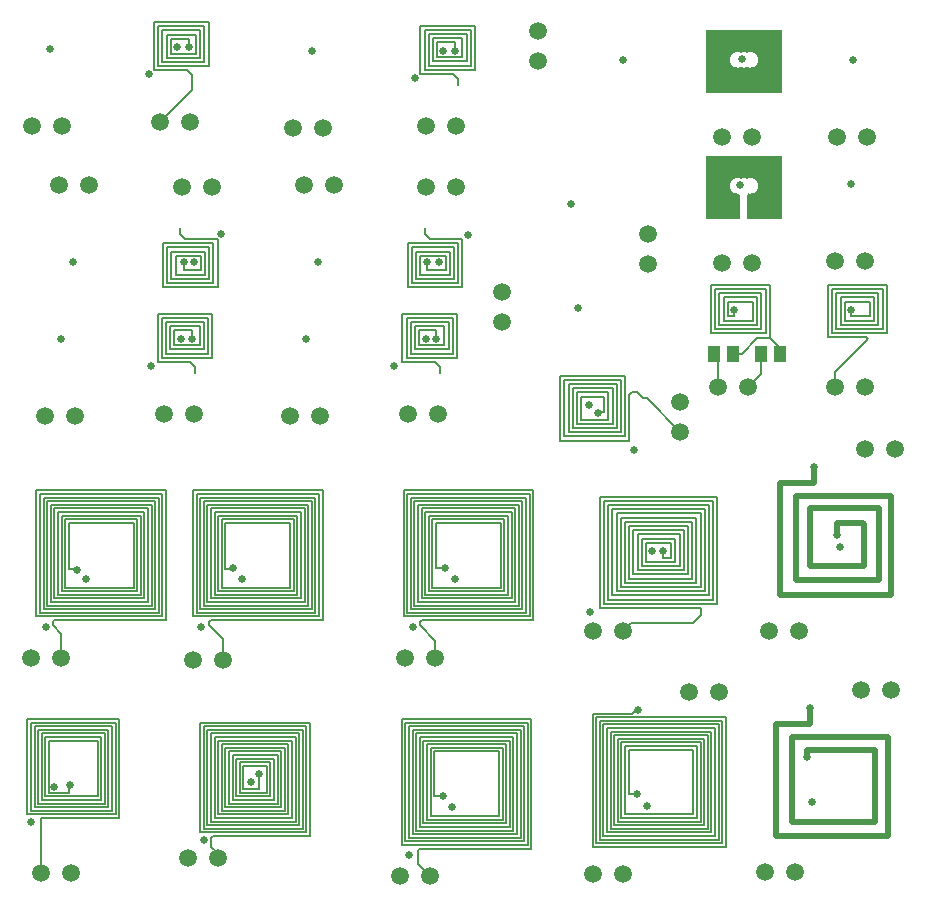
<source format=gbl>
%FSLAX24Y24*%
%MOIN*%
G70*
G01*
G75*
G04 Layer_Physical_Order=4*
G04 Layer_Color=16711680*
%ADD10R,0.0520X0.0385*%
%ADD11R,0.0385X0.0520*%
%ADD12C,0.0070*%
%ADD13C,0.0060*%
%ADD14C,0.0060*%
%ADD15C,0.0591*%
%ADD16C,0.0250*%
%ADD17C,0.0250*%
%ADD18C,0.0200*%
G36*
X25530Y22990D02*
X24390D01*
Y23749D01*
X24419Y23818D01*
X24428Y23826D01*
X24490Y23818D01*
X24558Y23827D01*
X24621Y23853D01*
X24675Y23895D01*
X24717Y23949D01*
X24743Y24012D01*
X24752Y24080D01*
X24743Y24148D01*
X24717Y24211D01*
X24675Y24265D01*
X24621Y24307D01*
X24558Y24333D01*
X24490Y24342D01*
X24422Y24333D01*
X24385Y24318D01*
X24348Y24333D01*
X24280Y24342D01*
X24212Y24333D01*
X24175Y24318D01*
X24138Y24333D01*
X24070Y24342D01*
X24002Y24333D01*
X23939Y24307D01*
X23885Y24265D01*
X23843Y24211D01*
X23817Y24148D01*
X23808Y24080D01*
X23817Y24012D01*
X23843Y23949D01*
X23885Y23895D01*
X23939Y23853D01*
X24002Y23827D01*
X24070Y23818D01*
X24112Y23823D01*
X24150Y23790D01*
Y22990D01*
X23010D01*
Y25090D01*
X25530D01*
Y22990D01*
D02*
G37*
G36*
Y27190D02*
X23010D01*
Y29290D01*
X25530D01*
Y27190D01*
D02*
G37*
%LPC*%
G36*
X24490Y28542D02*
X24422Y28533D01*
X24385Y28518D01*
X24348Y28533D01*
X24280Y28542D01*
X24212Y28533D01*
X24175Y28518D01*
X24138Y28533D01*
X24070Y28542D01*
X24002Y28533D01*
X23939Y28507D01*
X23885Y28465D01*
X23843Y28411D01*
X23817Y28348D01*
X23808Y28280D01*
X23817Y28212D01*
X23843Y28149D01*
X23885Y28095D01*
X23939Y28053D01*
X24002Y28027D01*
X24070Y28018D01*
X24138Y28027D01*
X24175Y28042D01*
X24212Y28027D01*
X24280Y28018D01*
X24348Y28027D01*
X24385Y28042D01*
X24422Y28027D01*
X24490Y28018D01*
X24558Y28027D01*
X24621Y28053D01*
X24675Y28095D01*
X24717Y28149D01*
X24743Y28212D01*
X24752Y28280D01*
X24743Y28348D01*
X24717Y28411D01*
X24675Y28465D01*
X24621Y28507D01*
X24558Y28533D01*
X24490Y28542D01*
D02*
G37*
%LPD*%
D11*
X23285Y18490D02*
D03*
X23910D02*
D03*
X24845D02*
D03*
X25470D02*
D03*
D12*
X21570Y11690D02*
Y11900D01*
Y11690D02*
X21850D01*
X19620Y16530D02*
Y17055D01*
X19410Y16530D02*
X19620D01*
X13450Y19260D02*
X14020D01*
Y18980D02*
Y19260D01*
X13720Y21260D02*
Y21540D01*
Y21260D02*
X14330D01*
X5600D02*
Y21540D01*
Y21260D02*
X6170D01*
X14050Y28860D02*
X14650D01*
Y28580D02*
Y28860D01*
X5170Y28980D02*
X5790D01*
Y28700D02*
Y28980D01*
X23285Y18490D02*
X23410Y18365D01*
Y17380D02*
Y18365D01*
X24715Y18995D02*
X25140D01*
X24210Y18490D02*
X24715Y18995D01*
X23910Y18490D02*
X24210D01*
X24410Y17380D02*
X24845Y17815D01*
Y18490D01*
X25470D02*
Y18665D01*
X25140Y18995D02*
X25470Y18665D01*
X25140Y18995D02*
Y19150D01*
X25070Y20780D02*
X25140D01*
Y19150D02*
Y20780D01*
X24410Y17380D02*
X24560Y17230D01*
X23180Y19170D02*
X25000D01*
X23320Y19310D02*
X24860D01*
X23460Y19450D02*
X24720D01*
X23600Y19590D02*
X24580D01*
X23740Y19730D02*
Y19870D01*
Y19730D02*
X23950D01*
Y19940D01*
X23180Y19170D02*
Y20780D01*
X24580D01*
X25070D01*
X23320Y19310D02*
Y20640D01*
X25000D01*
Y19170D02*
Y20640D01*
X23460Y19450D02*
Y20500D01*
X24860D01*
Y19310D02*
Y20500D01*
X23600Y19590D02*
Y20360D01*
X24720D01*
Y19450D02*
Y20360D01*
X23740Y19870D02*
Y20220D01*
X24580D01*
Y19590D02*
Y20220D01*
X27310Y17860D02*
X28410Y18960D01*
X27310Y17380D02*
Y17860D01*
X28340Y19030D02*
X28410Y18960D01*
X28310Y17380D02*
X28530D01*
X27850Y19800D02*
Y19940D01*
Y19730D02*
Y19800D01*
Y19730D02*
X28480D01*
Y20220D01*
X27640D02*
X28480D01*
X27640Y19590D02*
Y20220D01*
Y19590D02*
X28620D01*
Y20360D01*
X27500D02*
X28620D01*
X27500Y19450D02*
Y20360D01*
Y19450D02*
X28760D01*
Y20500D01*
X27360D02*
X28760D01*
X27360Y19310D02*
Y20500D01*
Y19310D02*
X28900D01*
Y20640D01*
X27220D02*
X28900D01*
X27220Y19170D02*
Y20640D01*
Y19170D02*
X29040D01*
Y20780D01*
X27080D02*
X29040D01*
X27080Y19170D02*
Y20780D01*
Y19030D02*
Y19170D01*
Y19030D02*
X28340D01*
X1230Y9550D02*
X1290Y9610D01*
X1230Y9430D02*
Y9550D01*
Y9430D02*
X1510Y9150D01*
Y8350D02*
Y9150D01*
X20900Y17000D02*
X21030D01*
X22140Y15890D01*
X18150Y15585D02*
X20460D01*
X18150D02*
Y17755D01*
X20320D01*
Y15725D02*
Y17755D01*
X18290Y15725D02*
X20320D01*
X18290D02*
Y17615D01*
X20180D01*
Y15865D02*
Y17615D01*
X18430Y15865D02*
X20180D01*
X18430D02*
Y17475D01*
X20040D01*
Y16005D02*
Y17475D01*
X18570Y16005D02*
X20040D01*
X18570D02*
Y17335D01*
X19900D01*
Y16145D02*
Y17335D01*
X18710Y16145D02*
X19900D01*
X18710D02*
Y17195D01*
X19760D01*
Y16285D02*
Y17195D01*
X18981Y16285D02*
X19760D01*
X18850D02*
X18981D01*
X18850D02*
Y17055D01*
X19200D01*
X19620D01*
X20705Y17195D02*
X20900Y17000D01*
X20545Y17195D02*
X20550D01*
X20460Y17110D02*
X20545Y17195D01*
X20460Y15585D02*
Y17110D01*
X20545Y17195D01*
X20705D01*
X20230Y9250D02*
X20500Y9520D01*
X22585D01*
X4810Y26200D02*
X5870Y27260D01*
Y27565D01*
X14150Y17845D02*
Y18040D01*
X12890Y18210D02*
X13980D01*
X14150Y18040D01*
X13980Y18210D02*
X14150Y18040D01*
X13450Y18770D02*
Y19260D01*
Y18770D02*
X14290D01*
Y19400D01*
X13310D02*
X14290D01*
X13310Y18630D02*
Y19400D01*
Y18630D02*
X14430D01*
Y19540D01*
X13170D02*
X14430D01*
X13170Y18490D02*
Y19540D01*
Y18490D02*
X14570D01*
Y19680D01*
X13030D02*
X14570D01*
X13030Y18350D02*
Y19680D01*
Y18350D02*
X14710D01*
Y19820D01*
X12890D02*
X14710D01*
X12890Y18210D02*
Y19820D01*
X13630Y22480D02*
Y22675D01*
X13800Y22310D02*
X14890D01*
X13630Y22480D02*
X13800Y22310D01*
X13630Y22480D02*
X13800Y22310D01*
X14330Y21260D02*
Y21750D01*
X13490D02*
X14330D01*
X13490Y21120D02*
Y21750D01*
Y21120D02*
X14470D01*
Y21890D01*
X13350D02*
X14470D01*
X13350Y20980D02*
Y21890D01*
Y20980D02*
X14610D01*
Y22030D01*
X13210D02*
X14610D01*
X13210Y20840D02*
Y22030D01*
Y20840D02*
X14750D01*
Y22170D01*
X13070D02*
X14750D01*
X13070Y20700D02*
Y22170D01*
Y20700D02*
X14890D01*
Y22310D01*
X6730Y20700D02*
Y22310D01*
X4910Y20700D02*
X6730D01*
X4910D02*
Y22170D01*
X6590D01*
Y20840D02*
Y22170D01*
X5050Y20840D02*
X6590D01*
X5050D02*
Y22030D01*
X6450D01*
Y20980D02*
Y22030D01*
X5190Y20980D02*
X6450D01*
X5190D02*
Y21890D01*
X6310D01*
Y21120D02*
Y21890D01*
X5330Y21120D02*
X6310D01*
X5330D02*
Y21750D01*
X6170D01*
Y21260D02*
Y21750D01*
X5470Y22480D02*
X5640Y22310D01*
X5470Y22480D02*
X5640Y22310D01*
X6730D01*
X5470Y22480D02*
Y22675D01*
X4730Y18210D02*
Y19820D01*
X6550D01*
Y18350D02*
Y19820D01*
X4870Y18350D02*
X6550D01*
X4870D02*
Y19680D01*
X6410D01*
Y18490D02*
Y19680D01*
X5010Y18490D02*
X6410D01*
X5010D02*
Y19540D01*
X6270D01*
Y18630D02*
Y19540D01*
X5150Y18630D02*
X6270D01*
X5150D02*
Y19400D01*
X6130D01*
Y18770D02*
Y19400D01*
X5290Y18770D02*
X6130D01*
X5290D02*
Y19260D01*
X5870D01*
Y18980D02*
Y19260D01*
X5820Y18210D02*
X5990Y18040D01*
X5820Y18210D02*
X5990Y18040D01*
X4730Y18210D02*
X5820D01*
X5990Y17845D02*
Y18040D01*
X14750Y27445D02*
Y27640D01*
X13490Y27810D02*
X14580D01*
X14750Y27640D01*
X14580Y27810D02*
X14750Y27640D01*
X14050Y28370D02*
Y28860D01*
Y28370D02*
X14890D01*
Y29000D01*
X13910D02*
X14890D01*
X13910Y28230D02*
Y29000D01*
Y28230D02*
X15030D01*
Y29140D01*
X13770D02*
X15030D01*
X13770Y28090D02*
Y29140D01*
Y28090D02*
X15170D01*
Y29280D01*
X13630D02*
X15170D01*
X13630Y27950D02*
Y29280D01*
Y27950D02*
X15310D01*
Y29420D01*
X13490D02*
X15310D01*
X13490Y27810D02*
Y29420D01*
X19470Y10010D02*
X22830D01*
X19470D02*
Y13720D01*
X23390D01*
Y10150D02*
Y13720D01*
X19610Y10150D02*
X23390D01*
X19610D02*
Y13580D01*
X23250D01*
Y10290D02*
Y13580D01*
X19750Y10290D02*
X23250D01*
X19750D02*
Y13440D01*
X23110D01*
Y10430D02*
Y13440D01*
X19890Y10430D02*
X23110D01*
X19890D02*
Y13300D01*
X22970D01*
Y10570D02*
Y13300D01*
X20030Y10570D02*
X22970D01*
X20030D02*
Y13160D01*
X22830D01*
Y10710D02*
Y13160D01*
X20170Y10710D02*
X22830D01*
X20170D02*
Y13020D01*
X22690D01*
Y10850D02*
Y13020D01*
X20310Y10850D02*
X22690D01*
X20310D02*
Y12880D01*
X22550D01*
Y10990D02*
Y12880D01*
X20450Y10990D02*
X22550D01*
X20450D02*
Y12740D01*
X22410D01*
Y11130D02*
Y12740D01*
X20590Y11130D02*
X22410D01*
X20590D02*
Y12600D01*
X22270D01*
Y11270D02*
Y12600D01*
X20730Y11270D02*
X22270D01*
X20730D02*
Y12460D01*
X22130D01*
Y12390D02*
Y12460D01*
Y11410D02*
Y12390D01*
X20870Y11410D02*
X22130D01*
X20870D02*
Y12320D01*
X21990D01*
Y11550D02*
Y12320D01*
X21010Y11550D02*
X21990D01*
X21010D02*
Y12180D01*
X21850D01*
Y11690D02*
Y12180D01*
X22585Y9520D02*
X22830Y9765D01*
Y10010D01*
X22585Y9520D02*
X22830Y9765D01*
X4610Y27930D02*
Y29540D01*
X6430D01*
Y28070D02*
Y29540D01*
X4750Y28070D02*
X6430D01*
X4750D02*
Y29400D01*
X6290D01*
Y28210D02*
Y29400D01*
X4890Y28210D02*
X6290D01*
X4890D02*
Y29260D01*
X6150D01*
Y28350D02*
Y29260D01*
X5030Y28350D02*
X6150D01*
X5030D02*
Y29120D01*
X6010D01*
Y28490D02*
Y29120D01*
X5170Y28490D02*
X6010D01*
X5170D02*
Y28980D01*
X5700Y27930D02*
X5870Y27760D01*
X5700Y27930D02*
X5870Y27760D01*
X4610Y27930D02*
X5700D01*
X5870Y27565D02*
Y27760D01*
D13*
X20430Y3810D02*
X20720D01*
X20430D02*
Y5290D01*
X13950Y3730D02*
X14130D01*
X13950D02*
Y5230D01*
X8100Y3970D02*
Y4460D01*
X7590Y3970D02*
X8100D01*
X850Y3010D02*
X3450D01*
X850Y1180D02*
Y3010D01*
X1790Y3850D02*
Y4110D01*
X1110Y3850D02*
X1790D01*
X14010Y11350D02*
X14320D01*
X14010D02*
Y12850D01*
X6990Y11320D02*
X7170D01*
X6990D02*
Y12850D01*
X1770Y11300D02*
X1950D01*
X1770D02*
Y12850D01*
X26550Y14710D02*
X26610D01*
X26550D02*
X26610Y14650D01*
X26430Y6670D02*
X26490Y6610D01*
X26430Y6670D02*
X26490D01*
X20670Y6610D02*
X20730D01*
X20550Y6490D02*
X20670Y6610D01*
X19230Y6490D02*
X20550D01*
X19230Y6430D02*
Y6490D01*
Y2050D02*
Y6430D01*
Y2050D02*
X19950D01*
X23670D01*
Y6370D01*
X19350D02*
X23670D01*
X19350Y2170D02*
Y6370D01*
Y2170D02*
X23550D01*
Y6250D01*
X19470D02*
X23550D01*
X19470Y2290D02*
Y6250D01*
Y2290D02*
X23430D01*
Y6130D01*
X19590D02*
X23430D01*
X19590Y2410D02*
Y6130D01*
Y2410D02*
X23310D01*
Y6010D01*
X19710D02*
X23310D01*
X19710Y2530D02*
Y6010D01*
Y2530D02*
X23190D01*
Y5890D01*
X19830D02*
X23190D01*
X19830Y2650D02*
Y5890D01*
Y2650D02*
X23070D01*
Y5770D01*
X19950D02*
X23070D01*
X19950Y2770D02*
Y5770D01*
Y2770D02*
X22950D01*
Y5650D01*
X20070D02*
X22950D01*
X20070Y2890D02*
Y5650D01*
Y2890D02*
X22830D01*
Y5530D01*
X20190D02*
X22830D01*
X20190Y3010D02*
Y5530D01*
Y3010D02*
X22710D01*
Y5410D01*
X20310D02*
X22710D01*
X20310Y3130D02*
Y5410D01*
Y3130D02*
X22590D01*
Y5290D01*
X20430D02*
X22590D01*
X13410Y1490D02*
X13810Y1090D01*
X13410Y1490D02*
Y1930D01*
X13470Y1990D01*
X6730Y1690D02*
Y1830D01*
X6510Y2050D02*
X6730Y1830D01*
X6510Y2050D02*
Y2350D01*
X6570Y2410D01*
X13990Y8350D02*
Y8910D01*
X13470Y9430D02*
X13990Y8910D01*
X13470Y9430D02*
Y9550D01*
X13530Y9610D01*
X6910Y8290D02*
Y8970D01*
X6450Y9430D02*
X6910Y8970D01*
X6450Y9430D02*
Y9550D01*
X6510Y9610D01*
X6990Y12850D02*
X9150D01*
Y10690D02*
Y12850D01*
X6870Y10690D02*
X9150D01*
X6870D02*
Y12970D01*
X9270D01*
Y10570D02*
Y12970D01*
X6750Y10570D02*
X9270D01*
X6750D02*
Y13090D01*
X9390D01*
Y10450D02*
Y13090D01*
X6630Y10450D02*
X9390D01*
X6630D02*
Y13210D01*
X9510D01*
Y10330D02*
Y13210D01*
X6510Y10330D02*
X9510D01*
X6510D02*
Y13330D01*
X9630D01*
Y10210D02*
Y13330D01*
X6390Y10210D02*
X9630D01*
X6390D02*
Y13450D01*
X9750D01*
Y10090D02*
Y13450D01*
X6270Y10090D02*
X9750D01*
X6270D02*
Y13570D01*
X9870D01*
Y9970D02*
Y13570D01*
X6150Y9970D02*
X9870D01*
X6150D02*
Y13690D01*
X9990D01*
Y9850D02*
Y13690D01*
X6030Y9850D02*
X9990D01*
X6030D02*
Y13810D01*
X10110D01*
Y9730D02*
Y13810D01*
X5910Y9730D02*
X10110D01*
X5910D02*
Y13930D01*
X10230D01*
Y9610D02*
Y13930D01*
X6510Y9610D02*
X10230D01*
X1770Y12850D02*
X3930D01*
Y10690D02*
Y12850D01*
X1650Y10690D02*
X3930D01*
X1650D02*
Y12970D01*
X4050D01*
Y10570D02*
Y12970D01*
X1530Y10570D02*
X4050D01*
X1530D02*
Y13090D01*
X4170D01*
Y10450D02*
Y13090D01*
X1410Y10450D02*
X4170D01*
X1410D02*
Y13210D01*
X4290D01*
Y10330D02*
Y13210D01*
X1290Y10330D02*
X4290D01*
X1290D02*
Y13330D01*
X4410D01*
Y10210D02*
Y13330D01*
X1170Y10210D02*
X4410D01*
X1170D02*
Y13450D01*
X4530D01*
Y10090D02*
Y13450D01*
X1050Y10090D02*
X4530D01*
X1050D02*
Y13570D01*
X4650D01*
Y9970D02*
Y13570D01*
X930Y9970D02*
X4650D01*
X930D02*
Y13690D01*
X4770D01*
Y9850D02*
Y13690D01*
X810Y9850D02*
X4770D01*
X810D02*
Y13810D01*
X4890D01*
Y9730D02*
Y13810D01*
X690Y9730D02*
X4890D01*
X690D02*
Y13930D01*
X5010D01*
Y9610D02*
Y13930D01*
X1290Y9610D02*
X5010D01*
X13530D02*
X17250D01*
Y13930D01*
X12930D02*
X17250D01*
X12930Y9730D02*
Y13930D01*
Y9730D02*
X17130D01*
Y13810D01*
X13050D02*
X17130D01*
X13050Y9850D02*
Y13810D01*
Y9850D02*
X17010D01*
Y13690D01*
X13170D02*
X17010D01*
X13170Y9970D02*
Y13690D01*
Y9970D02*
X16890D01*
Y13570D01*
X13290D02*
X16890D01*
X13290Y10090D02*
Y13570D01*
Y10090D02*
X16770D01*
Y13450D01*
X13410D02*
X16770D01*
X13410Y10210D02*
Y13450D01*
Y10210D02*
X16650D01*
Y13330D01*
X13530D02*
X16650D01*
X13530Y10330D02*
Y13330D01*
Y10330D02*
X16530D01*
Y13210D01*
X13650D02*
X16530D01*
X13650Y10450D02*
Y13210D01*
Y10450D02*
X16410D01*
Y13090D01*
X13770D02*
X16410D01*
X13770Y10570D02*
Y13090D01*
Y10570D02*
X16290D01*
Y12970D01*
X13890D02*
X16290D01*
X13890Y10690D02*
Y12970D01*
Y10690D02*
X16170D01*
Y12850D01*
X14010D02*
X16170D01*
X13950Y5230D02*
X16110D01*
Y3070D02*
Y5230D01*
X13830Y3070D02*
X16110D01*
X13830D02*
Y5350D01*
X16230D01*
Y2950D02*
Y5350D01*
X13710Y2950D02*
X16230D01*
X13710D02*
Y5470D01*
X16350D01*
Y2830D02*
Y5470D01*
X13590Y2830D02*
X16350D01*
X13590D02*
Y5590D01*
X16470D01*
Y2710D02*
Y5590D01*
X13470Y2710D02*
X16470D01*
X13470D02*
Y5710D01*
X16590D01*
Y2590D02*
Y5710D01*
X13350Y2590D02*
X16590D01*
X13350D02*
Y5830D01*
X16710D01*
Y2470D02*
Y5830D01*
X13230Y2470D02*
X16710D01*
X13230D02*
Y5950D01*
X16830D01*
Y2350D02*
Y5950D01*
X13110Y2350D02*
X16830D01*
X13110D02*
Y6070D01*
X16950D01*
Y2230D02*
Y6070D01*
X12990Y2230D02*
X16950D01*
X12990D02*
Y6190D01*
X17070D01*
Y2110D02*
Y6190D01*
X12870Y2110D02*
X17070D01*
X12870D02*
Y6310D01*
X17190D01*
Y1990D02*
Y6310D01*
X13470Y1990D02*
X17190D01*
X6570Y2410D02*
X9810D01*
Y6190D01*
X6150D02*
X9810D01*
X6150Y2530D02*
Y6190D01*
Y2530D02*
X9690D01*
Y6070D01*
X6270D02*
X9690D01*
X6270Y2650D02*
Y6070D01*
Y2650D02*
X9570D01*
Y5950D01*
X6390D02*
X9570D01*
X6390Y2770D02*
Y5950D01*
Y2770D02*
X9450D01*
Y5830D01*
X6510D02*
X9450D01*
X6510Y2890D02*
Y5830D01*
Y2890D02*
X9330D01*
Y5710D01*
X6630D02*
X9330D01*
X6630Y3010D02*
Y5710D01*
Y3010D02*
X9210D01*
Y5590D01*
X6750D02*
X9210D01*
X6750Y3130D02*
Y5590D01*
Y3130D02*
X9090D01*
Y5470D01*
X6870D02*
X9090D01*
X6870Y3250D02*
Y5470D01*
Y3250D02*
X8970D01*
Y5350D01*
X6990D02*
X8970D01*
X6990Y3370D02*
Y5350D01*
Y3370D02*
X8850D01*
Y5230D01*
X7110D02*
X8850D01*
X7110Y3490D02*
Y5230D01*
Y3490D02*
X8730D01*
Y5110D01*
X7230D02*
X8730D01*
X7230Y3610D02*
Y5110D01*
Y3610D02*
X8610D01*
Y4990D01*
X7350D02*
X8610D01*
X7350Y3730D02*
Y4990D01*
Y3730D02*
X8490D01*
Y4870D01*
X7470D02*
X8490D01*
X7470Y3850D02*
Y4870D01*
Y3850D02*
X8370D01*
Y3970D01*
Y4750D01*
X7590D02*
X8370D01*
X7590Y3970D02*
Y4750D01*
X1110Y3850D02*
Y5590D01*
X3450Y3010D02*
Y3130D01*
Y6310D01*
X390D02*
X3450D01*
X390Y3130D02*
Y6310D01*
Y3130D02*
X3330D01*
Y6190D01*
X510D02*
X3330D01*
X510Y3250D02*
Y6190D01*
Y3250D02*
X3210D01*
Y6070D01*
X630D02*
X3210D01*
X630Y6010D02*
Y6070D01*
Y3370D02*
Y6010D01*
Y3370D02*
X3090D01*
Y5950D01*
X750D02*
X3090D01*
X750Y3490D02*
Y5950D01*
Y3490D02*
X2970D01*
Y5830D01*
X870D02*
X2970D01*
X870Y3610D02*
Y5830D01*
Y3610D02*
X2850D01*
Y5710D01*
X990D02*
X2850D01*
X990Y5650D02*
Y5710D01*
Y3730D02*
Y5650D01*
Y3730D02*
X2730D01*
Y5590D01*
X1110D02*
X2730D01*
D15*
X16200Y20550D02*
D03*
Y19550D02*
D03*
X29310Y15310D02*
D03*
X28310D02*
D03*
X25110Y9250D02*
D03*
X26110D02*
D03*
X23410Y17380D02*
D03*
X24410D02*
D03*
X27310D02*
D03*
X28310D02*
D03*
X27310Y21580D02*
D03*
X28310D02*
D03*
X27370Y25720D02*
D03*
X28370D02*
D03*
X24990Y1210D02*
D03*
X25990D02*
D03*
X29190Y7270D02*
D03*
X28190D02*
D03*
X23530Y21520D02*
D03*
X24530D02*
D03*
X23530Y25720D02*
D03*
X24530D02*
D03*
X23430Y7210D02*
D03*
X22430D02*
D03*
X19230Y1150D02*
D03*
X20230D02*
D03*
X850Y1180D02*
D03*
X1850D02*
D03*
X12810Y1090D02*
D03*
X13810D02*
D03*
X5730Y1690D02*
D03*
X6730D02*
D03*
X12990Y8350D02*
D03*
X13990D02*
D03*
X5910Y8290D02*
D03*
X6910D02*
D03*
X510Y8350D02*
D03*
X1510D02*
D03*
X22140Y15890D02*
D03*
Y16890D02*
D03*
X17400Y29250D02*
D03*
Y28250D02*
D03*
X19230Y9250D02*
D03*
X20230D02*
D03*
X21090Y21490D02*
D03*
Y22490D02*
D03*
X9130Y16420D02*
D03*
X10130D02*
D03*
X13090Y16480D02*
D03*
X14090D02*
D03*
X10610Y24100D02*
D03*
X9610D02*
D03*
X14690Y24040D02*
D03*
X13690D02*
D03*
X6530D02*
D03*
X5530D02*
D03*
X2450Y24100D02*
D03*
X1450D02*
D03*
X4930Y16480D02*
D03*
X5930D02*
D03*
X970Y16420D02*
D03*
X1970D02*
D03*
X9250Y26020D02*
D03*
X10250D02*
D03*
X13690Y26080D02*
D03*
X14690D02*
D03*
X4810Y26200D02*
D03*
X5810D02*
D03*
X550Y26080D02*
D03*
X1550D02*
D03*
D16*
X24150Y24100D02*
D03*
X4520Y18060D02*
D03*
X13230Y9390D02*
D03*
X6180Y9370D02*
D03*
X27490Y12040D02*
D03*
X20720Y3810D02*
D03*
X13120Y1780D02*
D03*
X14260Y3730D02*
D03*
X8120Y4460D02*
D03*
X1800Y4110D02*
D03*
X19130Y9870D02*
D03*
X21570Y11900D02*
D03*
X20610Y15270D02*
D03*
X19100Y16770D02*
D03*
X7260Y11330D02*
D03*
X2330Y10960D02*
D03*
X1000Y9390D02*
D03*
X12620Y18080D02*
D03*
X14020Y18990D02*
D03*
X15090Y22450D02*
D03*
X13720Y21530D02*
D03*
X5520Y18980D02*
D03*
X5600Y21540D02*
D03*
X6850Y22480D02*
D03*
X24200Y28320D02*
D03*
X20250Y28280D02*
D03*
X13300Y27670D02*
D03*
X14260Y28580D02*
D03*
X14650Y28570D02*
D03*
X4460Y27800D02*
D03*
X5790Y28700D02*
D03*
X18760Y20010D02*
D03*
X27390Y12430D02*
D03*
X26610Y14710D02*
D03*
X23950Y19940D02*
D03*
X27850D02*
D03*
Y24140D02*
D03*
X27910Y28280D02*
D03*
X26370Y5050D02*
D03*
X26550Y3530D02*
D03*
X26490Y6670D02*
D03*
X20730Y6610D02*
D03*
X21050Y3420D02*
D03*
X7540Y10980D02*
D03*
X2060Y11280D02*
D03*
X14640Y10970D02*
D03*
X14320Y11350D02*
D03*
X14550Y3360D02*
D03*
X6270Y2290D02*
D03*
X7850Y4210D02*
D03*
X510Y2890D02*
D03*
X1290Y4030D02*
D03*
X13670Y18990D02*
D03*
X9670Y18980D02*
D03*
X10070Y21540D02*
D03*
X14120D02*
D03*
X5960D02*
D03*
X1910D02*
D03*
X1510Y18980D02*
D03*
X5870D02*
D03*
X9880Y28580D02*
D03*
X1150Y28640D02*
D03*
X5380Y28700D02*
D03*
X19400Y16520D02*
D03*
X18500Y23480D02*
D03*
X21220Y11900D02*
D03*
D18*
X28230Y12850D02*
X28290Y12790D01*
Y11410D02*
Y12790D01*
X27390Y12430D02*
Y12850D01*
X28230D01*
X26490Y11410D02*
X28290D01*
X26490D02*
Y13090D01*
X26610Y14170D02*
Y14650D01*
X26010Y13750D02*
X27090D01*
X26490Y13330D02*
X28770D01*
X26010Y10930D02*
Y13750D01*
Y10930D02*
X28770D01*
Y13330D01*
X27090Y13750D02*
X29190D01*
Y10450D02*
Y13750D01*
X25470Y14170D02*
X26610D01*
X25470Y10450D02*
Y14170D01*
Y10450D02*
X29190D01*
X26490Y13090D02*
Y13330D01*
X26370Y5050D02*
Y5290D01*
X25350Y2410D02*
X29070D01*
X25350D02*
Y6130D01*
X26490D01*
X29070Y2410D02*
Y5710D01*
X26970D02*
X29070D01*
X28650Y2890D02*
Y5290D01*
X25890Y2890D02*
X28650D01*
X25890D02*
Y5710D01*
X26370Y5290D02*
X28650D01*
X25890Y5710D02*
X26970D01*
X26490Y6130D02*
Y6610D01*
M02*

</source>
